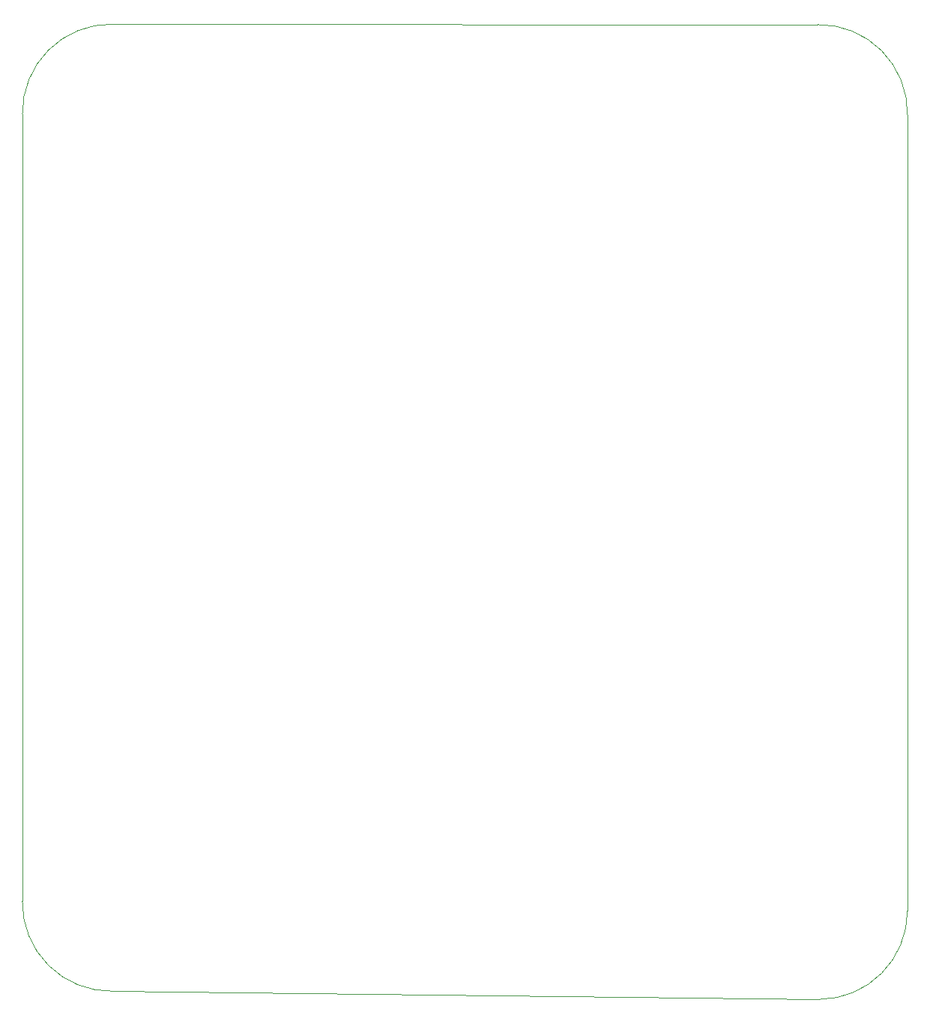
<source format=gbr>
%TF.GenerationSoftware,KiCad,Pcbnew,9.0.2*%
%TF.CreationDate,2025-06-17T11:51:54-07:00*%
%TF.ProjectId,Revision01,52657669-7369-46f6-9e30-312e6b696361,A*%
%TF.SameCoordinates,PX692bd40PY908ed60*%
%TF.FileFunction,Profile,NP*%
%FSLAX46Y46*%
G04 Gerber Fmt 4.6, Leading zero omitted, Abs format (unit mm)*
G04 Created by KiCad (PCBNEW 9.0.2) date 2025-06-17 11:51:54*
%MOMM*%
%LPD*%
G01*
G04 APERTURE LIST*
%TA.AperFunction,Profile*%
%ADD10C,0.050000*%
%TD*%
G04 APERTURE END LIST*
D10*
X100742677Y98600772D02*
X100741535Y8769335D01*
X10938511Y-314212D02*
X90730850Y-1239800D01*
X100738439Y8769335D02*
G75*
G02*
X90730850Y-1239839I-10009139J-35D01*
G01*
X90590000Y108775816D02*
G75*
G02*
X100742577Y98600773I142200J-10010716D01*
G01*
X10924781Y108823432D02*
X90590000Y108776568D01*
X10938528Y-314212D02*
G75*
G02*
X741548Y9857394I-189228J10007312D01*
G01*
X750001Y98670725D02*
X741548Y9857394D01*
X750000Y98670816D02*
G75*
G02*
X10925044Y108823432I10010750J142204D01*
G01*
M02*

</source>
